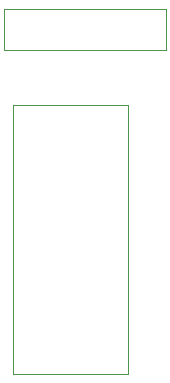
<source format=gbr>
G04 #@! TF.FileFunction,Other,User*
%FSLAX46Y46*%
G04 Gerber Fmt 4.6, Leading zero omitted, Abs format (unit mm)*
G04 Created by KiCad (PCBNEW 4.0.1-stable) date 2016 January 25, Monday 17:02:22*
%MOMM*%
G01*
G04 APERTURE LIST*
%ADD10C,0.100000*%
%ADD11C,0.050000*%
G04 APERTURE END LIST*
D10*
D11*
X140180000Y-90960000D02*
X126480000Y-90960000D01*
X140180000Y-94460000D02*
X126480000Y-94460000D01*
X140180000Y-90960000D02*
X140180000Y-94460000D01*
X126480000Y-90960000D02*
X126480000Y-94460000D01*
X136940000Y-121830000D02*
X136940000Y-99130000D01*
X127240000Y-121830000D02*
X127240000Y-99130000D01*
X136940000Y-121830000D02*
X127240000Y-121830000D01*
X136940000Y-99130000D02*
X127240000Y-99130000D01*
M02*

</source>
